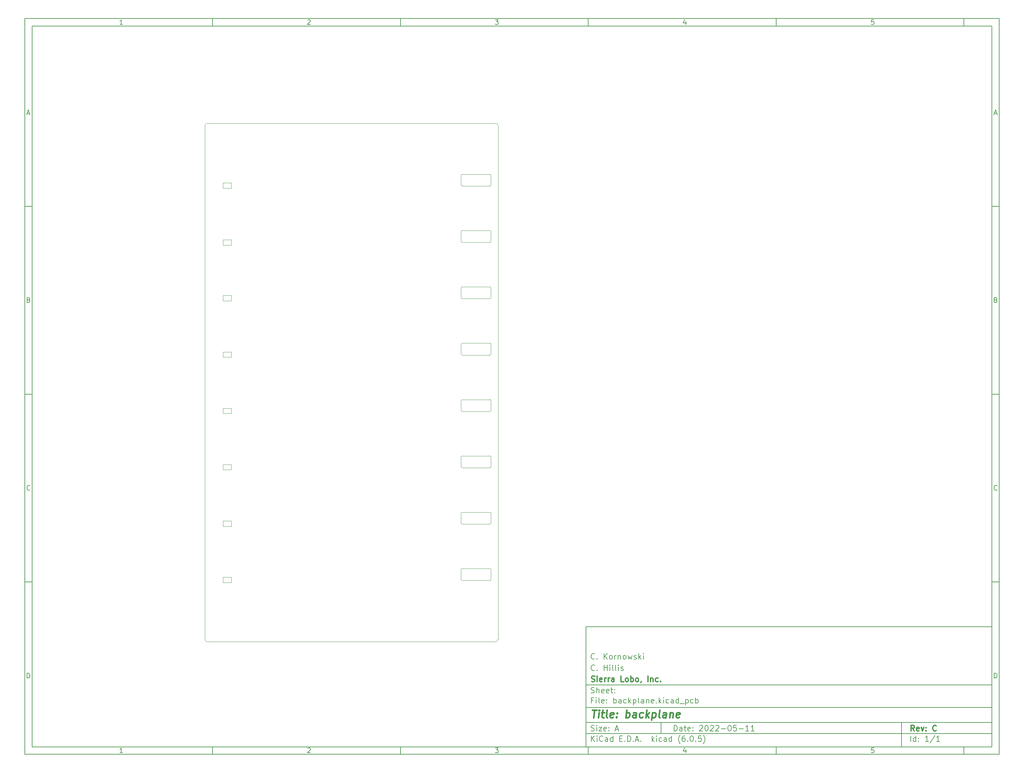
<source format=gm1>
G04 #@! TF.GenerationSoftware,KiCad,Pcbnew,(6.0.5)*
G04 #@! TF.CreationDate,2022-05-19T10:27:32-04:00*
G04 #@! TF.ProjectId,backplane,6261636b-706c-4616-9e65-2e6b69636164,C*
G04 #@! TF.SameCoordinates,Original*
G04 #@! TF.FileFunction,Profile,NP*
%FSLAX46Y46*%
G04 Gerber Fmt 4.6, Leading zero omitted, Abs format (unit mm)*
G04 Created by KiCad (PCBNEW (6.0.5)) date 2022-05-19 10:27:32*
%MOMM*%
%LPD*%
G01*
G04 APERTURE LIST*
%ADD10C,0.100000*%
%ADD11C,0.150000*%
%ADD12C,0.300000*%
%ADD13C,0.400000*%
G04 #@! TA.AperFunction,Profile*
%ADD14C,0.050000*%
G04 #@! TD*
G04 #@! TA.AperFunction,Profile*
%ADD15C,0.060000*%
G04 #@! TD*
G04 APERTURE END LIST*
D10*
D11*
X159400000Y-171900000D02*
X159400000Y-203900000D01*
X267400000Y-203900000D01*
X267400000Y-171900000D01*
X159400000Y-171900000D01*
D10*
D11*
X10000000Y-10000000D02*
X10000000Y-205900000D01*
X269400000Y-205900000D01*
X269400000Y-10000000D01*
X10000000Y-10000000D01*
D10*
D11*
X12000000Y-12000000D02*
X12000000Y-203900000D01*
X267400000Y-203900000D01*
X267400000Y-12000000D01*
X12000000Y-12000000D01*
D10*
D11*
X60000000Y-12000000D02*
X60000000Y-10000000D01*
D10*
D11*
X110000000Y-12000000D02*
X110000000Y-10000000D01*
D10*
D11*
X160000000Y-12000000D02*
X160000000Y-10000000D01*
D10*
D11*
X210000000Y-12000000D02*
X210000000Y-10000000D01*
D10*
D11*
X260000000Y-12000000D02*
X260000000Y-10000000D01*
D10*
D11*
X36065476Y-11588095D02*
X35322619Y-11588095D01*
X35694047Y-11588095D02*
X35694047Y-10288095D01*
X35570238Y-10473809D01*
X35446428Y-10597619D01*
X35322619Y-10659523D01*
D10*
D11*
X85322619Y-10411904D02*
X85384523Y-10350000D01*
X85508333Y-10288095D01*
X85817857Y-10288095D01*
X85941666Y-10350000D01*
X86003571Y-10411904D01*
X86065476Y-10535714D01*
X86065476Y-10659523D01*
X86003571Y-10845238D01*
X85260714Y-11588095D01*
X86065476Y-11588095D01*
D10*
D11*
X135260714Y-10288095D02*
X136065476Y-10288095D01*
X135632142Y-10783333D01*
X135817857Y-10783333D01*
X135941666Y-10845238D01*
X136003571Y-10907142D01*
X136065476Y-11030952D01*
X136065476Y-11340476D01*
X136003571Y-11464285D01*
X135941666Y-11526190D01*
X135817857Y-11588095D01*
X135446428Y-11588095D01*
X135322619Y-11526190D01*
X135260714Y-11464285D01*
D10*
D11*
X185941666Y-10721428D02*
X185941666Y-11588095D01*
X185632142Y-10226190D02*
X185322619Y-11154761D01*
X186127380Y-11154761D01*
D10*
D11*
X236003571Y-10288095D02*
X235384523Y-10288095D01*
X235322619Y-10907142D01*
X235384523Y-10845238D01*
X235508333Y-10783333D01*
X235817857Y-10783333D01*
X235941666Y-10845238D01*
X236003571Y-10907142D01*
X236065476Y-11030952D01*
X236065476Y-11340476D01*
X236003571Y-11464285D01*
X235941666Y-11526190D01*
X235817857Y-11588095D01*
X235508333Y-11588095D01*
X235384523Y-11526190D01*
X235322619Y-11464285D01*
D10*
D11*
X60000000Y-203900000D02*
X60000000Y-205900000D01*
D10*
D11*
X110000000Y-203900000D02*
X110000000Y-205900000D01*
D10*
D11*
X160000000Y-203900000D02*
X160000000Y-205900000D01*
D10*
D11*
X210000000Y-203900000D02*
X210000000Y-205900000D01*
D10*
D11*
X260000000Y-203900000D02*
X260000000Y-205900000D01*
D10*
D11*
X36065476Y-205488095D02*
X35322619Y-205488095D01*
X35694047Y-205488095D02*
X35694047Y-204188095D01*
X35570238Y-204373809D01*
X35446428Y-204497619D01*
X35322619Y-204559523D01*
D10*
D11*
X85322619Y-204311904D02*
X85384523Y-204250000D01*
X85508333Y-204188095D01*
X85817857Y-204188095D01*
X85941666Y-204250000D01*
X86003571Y-204311904D01*
X86065476Y-204435714D01*
X86065476Y-204559523D01*
X86003571Y-204745238D01*
X85260714Y-205488095D01*
X86065476Y-205488095D01*
D10*
D11*
X135260714Y-204188095D02*
X136065476Y-204188095D01*
X135632142Y-204683333D01*
X135817857Y-204683333D01*
X135941666Y-204745238D01*
X136003571Y-204807142D01*
X136065476Y-204930952D01*
X136065476Y-205240476D01*
X136003571Y-205364285D01*
X135941666Y-205426190D01*
X135817857Y-205488095D01*
X135446428Y-205488095D01*
X135322619Y-205426190D01*
X135260714Y-205364285D01*
D10*
D11*
X185941666Y-204621428D02*
X185941666Y-205488095D01*
X185632142Y-204126190D02*
X185322619Y-205054761D01*
X186127380Y-205054761D01*
D10*
D11*
X236003571Y-204188095D02*
X235384523Y-204188095D01*
X235322619Y-204807142D01*
X235384523Y-204745238D01*
X235508333Y-204683333D01*
X235817857Y-204683333D01*
X235941666Y-204745238D01*
X236003571Y-204807142D01*
X236065476Y-204930952D01*
X236065476Y-205240476D01*
X236003571Y-205364285D01*
X235941666Y-205426190D01*
X235817857Y-205488095D01*
X235508333Y-205488095D01*
X235384523Y-205426190D01*
X235322619Y-205364285D01*
D10*
D11*
X10000000Y-60000000D02*
X12000000Y-60000000D01*
D10*
D11*
X10000000Y-110000000D02*
X12000000Y-110000000D01*
D10*
D11*
X10000000Y-160000000D02*
X12000000Y-160000000D01*
D10*
D11*
X10690476Y-35216666D02*
X11309523Y-35216666D01*
X10566666Y-35588095D02*
X11000000Y-34288095D01*
X11433333Y-35588095D01*
D10*
D11*
X11092857Y-84907142D02*
X11278571Y-84969047D01*
X11340476Y-85030952D01*
X11402380Y-85154761D01*
X11402380Y-85340476D01*
X11340476Y-85464285D01*
X11278571Y-85526190D01*
X11154761Y-85588095D01*
X10659523Y-85588095D01*
X10659523Y-84288095D01*
X11092857Y-84288095D01*
X11216666Y-84350000D01*
X11278571Y-84411904D01*
X11340476Y-84535714D01*
X11340476Y-84659523D01*
X11278571Y-84783333D01*
X11216666Y-84845238D01*
X11092857Y-84907142D01*
X10659523Y-84907142D01*
D10*
D11*
X11402380Y-135464285D02*
X11340476Y-135526190D01*
X11154761Y-135588095D01*
X11030952Y-135588095D01*
X10845238Y-135526190D01*
X10721428Y-135402380D01*
X10659523Y-135278571D01*
X10597619Y-135030952D01*
X10597619Y-134845238D01*
X10659523Y-134597619D01*
X10721428Y-134473809D01*
X10845238Y-134350000D01*
X11030952Y-134288095D01*
X11154761Y-134288095D01*
X11340476Y-134350000D01*
X11402380Y-134411904D01*
D10*
D11*
X10659523Y-185588095D02*
X10659523Y-184288095D01*
X10969047Y-184288095D01*
X11154761Y-184350000D01*
X11278571Y-184473809D01*
X11340476Y-184597619D01*
X11402380Y-184845238D01*
X11402380Y-185030952D01*
X11340476Y-185278571D01*
X11278571Y-185402380D01*
X11154761Y-185526190D01*
X10969047Y-185588095D01*
X10659523Y-185588095D01*
D10*
D11*
X269400000Y-60000000D02*
X267400000Y-60000000D01*
D10*
D11*
X269400000Y-110000000D02*
X267400000Y-110000000D01*
D10*
D11*
X269400000Y-160000000D02*
X267400000Y-160000000D01*
D10*
D11*
X268090476Y-35216666D02*
X268709523Y-35216666D01*
X267966666Y-35588095D02*
X268400000Y-34288095D01*
X268833333Y-35588095D01*
D10*
D11*
X268492857Y-84907142D02*
X268678571Y-84969047D01*
X268740476Y-85030952D01*
X268802380Y-85154761D01*
X268802380Y-85340476D01*
X268740476Y-85464285D01*
X268678571Y-85526190D01*
X268554761Y-85588095D01*
X268059523Y-85588095D01*
X268059523Y-84288095D01*
X268492857Y-84288095D01*
X268616666Y-84350000D01*
X268678571Y-84411904D01*
X268740476Y-84535714D01*
X268740476Y-84659523D01*
X268678571Y-84783333D01*
X268616666Y-84845238D01*
X268492857Y-84907142D01*
X268059523Y-84907142D01*
D10*
D11*
X268802380Y-135464285D02*
X268740476Y-135526190D01*
X268554761Y-135588095D01*
X268430952Y-135588095D01*
X268245238Y-135526190D01*
X268121428Y-135402380D01*
X268059523Y-135278571D01*
X267997619Y-135030952D01*
X267997619Y-134845238D01*
X268059523Y-134597619D01*
X268121428Y-134473809D01*
X268245238Y-134350000D01*
X268430952Y-134288095D01*
X268554761Y-134288095D01*
X268740476Y-134350000D01*
X268802380Y-134411904D01*
D10*
D11*
X268059523Y-185588095D02*
X268059523Y-184288095D01*
X268369047Y-184288095D01*
X268554761Y-184350000D01*
X268678571Y-184473809D01*
X268740476Y-184597619D01*
X268802380Y-184845238D01*
X268802380Y-185030952D01*
X268740476Y-185278571D01*
X268678571Y-185402380D01*
X268554761Y-185526190D01*
X268369047Y-185588095D01*
X268059523Y-185588095D01*
D10*
D11*
X182832142Y-199678571D02*
X182832142Y-198178571D01*
X183189285Y-198178571D01*
X183403571Y-198250000D01*
X183546428Y-198392857D01*
X183617857Y-198535714D01*
X183689285Y-198821428D01*
X183689285Y-199035714D01*
X183617857Y-199321428D01*
X183546428Y-199464285D01*
X183403571Y-199607142D01*
X183189285Y-199678571D01*
X182832142Y-199678571D01*
X184975000Y-199678571D02*
X184975000Y-198892857D01*
X184903571Y-198750000D01*
X184760714Y-198678571D01*
X184475000Y-198678571D01*
X184332142Y-198750000D01*
X184975000Y-199607142D02*
X184832142Y-199678571D01*
X184475000Y-199678571D01*
X184332142Y-199607142D01*
X184260714Y-199464285D01*
X184260714Y-199321428D01*
X184332142Y-199178571D01*
X184475000Y-199107142D01*
X184832142Y-199107142D01*
X184975000Y-199035714D01*
X185475000Y-198678571D02*
X186046428Y-198678571D01*
X185689285Y-198178571D02*
X185689285Y-199464285D01*
X185760714Y-199607142D01*
X185903571Y-199678571D01*
X186046428Y-199678571D01*
X187117857Y-199607142D02*
X186975000Y-199678571D01*
X186689285Y-199678571D01*
X186546428Y-199607142D01*
X186475000Y-199464285D01*
X186475000Y-198892857D01*
X186546428Y-198750000D01*
X186689285Y-198678571D01*
X186975000Y-198678571D01*
X187117857Y-198750000D01*
X187189285Y-198892857D01*
X187189285Y-199035714D01*
X186475000Y-199178571D01*
X187832142Y-199535714D02*
X187903571Y-199607142D01*
X187832142Y-199678571D01*
X187760714Y-199607142D01*
X187832142Y-199535714D01*
X187832142Y-199678571D01*
X187832142Y-198750000D02*
X187903571Y-198821428D01*
X187832142Y-198892857D01*
X187760714Y-198821428D01*
X187832142Y-198750000D01*
X187832142Y-198892857D01*
X189617857Y-198321428D02*
X189689285Y-198250000D01*
X189832142Y-198178571D01*
X190189285Y-198178571D01*
X190332142Y-198250000D01*
X190403571Y-198321428D01*
X190475000Y-198464285D01*
X190475000Y-198607142D01*
X190403571Y-198821428D01*
X189546428Y-199678571D01*
X190475000Y-199678571D01*
X191403571Y-198178571D02*
X191546428Y-198178571D01*
X191689285Y-198250000D01*
X191760714Y-198321428D01*
X191832142Y-198464285D01*
X191903571Y-198750000D01*
X191903571Y-199107142D01*
X191832142Y-199392857D01*
X191760714Y-199535714D01*
X191689285Y-199607142D01*
X191546428Y-199678571D01*
X191403571Y-199678571D01*
X191260714Y-199607142D01*
X191189285Y-199535714D01*
X191117857Y-199392857D01*
X191046428Y-199107142D01*
X191046428Y-198750000D01*
X191117857Y-198464285D01*
X191189285Y-198321428D01*
X191260714Y-198250000D01*
X191403571Y-198178571D01*
X192475000Y-198321428D02*
X192546428Y-198250000D01*
X192689285Y-198178571D01*
X193046428Y-198178571D01*
X193189285Y-198250000D01*
X193260714Y-198321428D01*
X193332142Y-198464285D01*
X193332142Y-198607142D01*
X193260714Y-198821428D01*
X192403571Y-199678571D01*
X193332142Y-199678571D01*
X193903571Y-198321428D02*
X193975000Y-198250000D01*
X194117857Y-198178571D01*
X194475000Y-198178571D01*
X194617857Y-198250000D01*
X194689285Y-198321428D01*
X194760714Y-198464285D01*
X194760714Y-198607142D01*
X194689285Y-198821428D01*
X193832142Y-199678571D01*
X194760714Y-199678571D01*
X195403571Y-199107142D02*
X196546428Y-199107142D01*
X197546428Y-198178571D02*
X197689285Y-198178571D01*
X197832142Y-198250000D01*
X197903571Y-198321428D01*
X197975000Y-198464285D01*
X198046428Y-198750000D01*
X198046428Y-199107142D01*
X197975000Y-199392857D01*
X197903571Y-199535714D01*
X197832142Y-199607142D01*
X197689285Y-199678571D01*
X197546428Y-199678571D01*
X197403571Y-199607142D01*
X197332142Y-199535714D01*
X197260714Y-199392857D01*
X197189285Y-199107142D01*
X197189285Y-198750000D01*
X197260714Y-198464285D01*
X197332142Y-198321428D01*
X197403571Y-198250000D01*
X197546428Y-198178571D01*
X199403571Y-198178571D02*
X198689285Y-198178571D01*
X198617857Y-198892857D01*
X198689285Y-198821428D01*
X198832142Y-198750000D01*
X199189285Y-198750000D01*
X199332142Y-198821428D01*
X199403571Y-198892857D01*
X199475000Y-199035714D01*
X199475000Y-199392857D01*
X199403571Y-199535714D01*
X199332142Y-199607142D01*
X199189285Y-199678571D01*
X198832142Y-199678571D01*
X198689285Y-199607142D01*
X198617857Y-199535714D01*
X200117857Y-199107142D02*
X201260714Y-199107142D01*
X202760714Y-199678571D02*
X201903571Y-199678571D01*
X202332142Y-199678571D02*
X202332142Y-198178571D01*
X202189285Y-198392857D01*
X202046428Y-198535714D01*
X201903571Y-198607142D01*
X204189285Y-199678571D02*
X203332142Y-199678571D01*
X203760714Y-199678571D02*
X203760714Y-198178571D01*
X203617857Y-198392857D01*
X203475000Y-198535714D01*
X203332142Y-198607142D01*
D10*
D11*
X159400000Y-200400000D02*
X267400000Y-200400000D01*
D10*
D11*
X160832142Y-202478571D02*
X160832142Y-200978571D01*
X161689285Y-202478571D02*
X161046428Y-201621428D01*
X161689285Y-200978571D02*
X160832142Y-201835714D01*
X162332142Y-202478571D02*
X162332142Y-201478571D01*
X162332142Y-200978571D02*
X162260714Y-201050000D01*
X162332142Y-201121428D01*
X162403571Y-201050000D01*
X162332142Y-200978571D01*
X162332142Y-201121428D01*
X163903571Y-202335714D02*
X163832142Y-202407142D01*
X163617857Y-202478571D01*
X163475000Y-202478571D01*
X163260714Y-202407142D01*
X163117857Y-202264285D01*
X163046428Y-202121428D01*
X162975000Y-201835714D01*
X162975000Y-201621428D01*
X163046428Y-201335714D01*
X163117857Y-201192857D01*
X163260714Y-201050000D01*
X163475000Y-200978571D01*
X163617857Y-200978571D01*
X163832142Y-201050000D01*
X163903571Y-201121428D01*
X165189285Y-202478571D02*
X165189285Y-201692857D01*
X165117857Y-201550000D01*
X164975000Y-201478571D01*
X164689285Y-201478571D01*
X164546428Y-201550000D01*
X165189285Y-202407142D02*
X165046428Y-202478571D01*
X164689285Y-202478571D01*
X164546428Y-202407142D01*
X164475000Y-202264285D01*
X164475000Y-202121428D01*
X164546428Y-201978571D01*
X164689285Y-201907142D01*
X165046428Y-201907142D01*
X165189285Y-201835714D01*
X166546428Y-202478571D02*
X166546428Y-200978571D01*
X166546428Y-202407142D02*
X166403571Y-202478571D01*
X166117857Y-202478571D01*
X165975000Y-202407142D01*
X165903571Y-202335714D01*
X165832142Y-202192857D01*
X165832142Y-201764285D01*
X165903571Y-201621428D01*
X165975000Y-201550000D01*
X166117857Y-201478571D01*
X166403571Y-201478571D01*
X166546428Y-201550000D01*
X168403571Y-201692857D02*
X168903571Y-201692857D01*
X169117857Y-202478571D02*
X168403571Y-202478571D01*
X168403571Y-200978571D01*
X169117857Y-200978571D01*
X169760714Y-202335714D02*
X169832142Y-202407142D01*
X169760714Y-202478571D01*
X169689285Y-202407142D01*
X169760714Y-202335714D01*
X169760714Y-202478571D01*
X170475000Y-202478571D02*
X170475000Y-200978571D01*
X170832142Y-200978571D01*
X171046428Y-201050000D01*
X171189285Y-201192857D01*
X171260714Y-201335714D01*
X171332142Y-201621428D01*
X171332142Y-201835714D01*
X171260714Y-202121428D01*
X171189285Y-202264285D01*
X171046428Y-202407142D01*
X170832142Y-202478571D01*
X170475000Y-202478571D01*
X171975000Y-202335714D02*
X172046428Y-202407142D01*
X171975000Y-202478571D01*
X171903571Y-202407142D01*
X171975000Y-202335714D01*
X171975000Y-202478571D01*
X172617857Y-202050000D02*
X173332142Y-202050000D01*
X172475000Y-202478571D02*
X172975000Y-200978571D01*
X173475000Y-202478571D01*
X173975000Y-202335714D02*
X174046428Y-202407142D01*
X173975000Y-202478571D01*
X173903571Y-202407142D01*
X173975000Y-202335714D01*
X173975000Y-202478571D01*
X176975000Y-202478571D02*
X176975000Y-200978571D01*
X177117857Y-201907142D02*
X177546428Y-202478571D01*
X177546428Y-201478571D02*
X176975000Y-202050000D01*
X178189285Y-202478571D02*
X178189285Y-201478571D01*
X178189285Y-200978571D02*
X178117857Y-201050000D01*
X178189285Y-201121428D01*
X178260714Y-201050000D01*
X178189285Y-200978571D01*
X178189285Y-201121428D01*
X179546428Y-202407142D02*
X179403571Y-202478571D01*
X179117857Y-202478571D01*
X178975000Y-202407142D01*
X178903571Y-202335714D01*
X178832142Y-202192857D01*
X178832142Y-201764285D01*
X178903571Y-201621428D01*
X178975000Y-201550000D01*
X179117857Y-201478571D01*
X179403571Y-201478571D01*
X179546428Y-201550000D01*
X180832142Y-202478571D02*
X180832142Y-201692857D01*
X180760714Y-201550000D01*
X180617857Y-201478571D01*
X180332142Y-201478571D01*
X180189285Y-201550000D01*
X180832142Y-202407142D02*
X180689285Y-202478571D01*
X180332142Y-202478571D01*
X180189285Y-202407142D01*
X180117857Y-202264285D01*
X180117857Y-202121428D01*
X180189285Y-201978571D01*
X180332142Y-201907142D01*
X180689285Y-201907142D01*
X180832142Y-201835714D01*
X182189285Y-202478571D02*
X182189285Y-200978571D01*
X182189285Y-202407142D02*
X182046428Y-202478571D01*
X181760714Y-202478571D01*
X181617857Y-202407142D01*
X181546428Y-202335714D01*
X181475000Y-202192857D01*
X181475000Y-201764285D01*
X181546428Y-201621428D01*
X181617857Y-201550000D01*
X181760714Y-201478571D01*
X182046428Y-201478571D01*
X182189285Y-201550000D01*
X184475000Y-203050000D02*
X184403571Y-202978571D01*
X184260714Y-202764285D01*
X184189285Y-202621428D01*
X184117857Y-202407142D01*
X184046428Y-202050000D01*
X184046428Y-201764285D01*
X184117857Y-201407142D01*
X184189285Y-201192857D01*
X184260714Y-201050000D01*
X184403571Y-200835714D01*
X184475000Y-200764285D01*
X185689285Y-200978571D02*
X185403571Y-200978571D01*
X185260714Y-201050000D01*
X185189285Y-201121428D01*
X185046428Y-201335714D01*
X184975000Y-201621428D01*
X184975000Y-202192857D01*
X185046428Y-202335714D01*
X185117857Y-202407142D01*
X185260714Y-202478571D01*
X185546428Y-202478571D01*
X185689285Y-202407142D01*
X185760714Y-202335714D01*
X185832142Y-202192857D01*
X185832142Y-201835714D01*
X185760714Y-201692857D01*
X185689285Y-201621428D01*
X185546428Y-201550000D01*
X185260714Y-201550000D01*
X185117857Y-201621428D01*
X185046428Y-201692857D01*
X184975000Y-201835714D01*
X186475000Y-202335714D02*
X186546428Y-202407142D01*
X186475000Y-202478571D01*
X186403571Y-202407142D01*
X186475000Y-202335714D01*
X186475000Y-202478571D01*
X187475000Y-200978571D02*
X187617857Y-200978571D01*
X187760714Y-201050000D01*
X187832142Y-201121428D01*
X187903571Y-201264285D01*
X187975000Y-201550000D01*
X187975000Y-201907142D01*
X187903571Y-202192857D01*
X187832142Y-202335714D01*
X187760714Y-202407142D01*
X187617857Y-202478571D01*
X187475000Y-202478571D01*
X187332142Y-202407142D01*
X187260714Y-202335714D01*
X187189285Y-202192857D01*
X187117857Y-201907142D01*
X187117857Y-201550000D01*
X187189285Y-201264285D01*
X187260714Y-201121428D01*
X187332142Y-201050000D01*
X187475000Y-200978571D01*
X188617857Y-202335714D02*
X188689285Y-202407142D01*
X188617857Y-202478571D01*
X188546428Y-202407142D01*
X188617857Y-202335714D01*
X188617857Y-202478571D01*
X190046428Y-200978571D02*
X189332142Y-200978571D01*
X189260714Y-201692857D01*
X189332142Y-201621428D01*
X189475000Y-201550000D01*
X189832142Y-201550000D01*
X189975000Y-201621428D01*
X190046428Y-201692857D01*
X190117857Y-201835714D01*
X190117857Y-202192857D01*
X190046428Y-202335714D01*
X189975000Y-202407142D01*
X189832142Y-202478571D01*
X189475000Y-202478571D01*
X189332142Y-202407142D01*
X189260714Y-202335714D01*
X190617857Y-203050000D02*
X190689285Y-202978571D01*
X190832142Y-202764285D01*
X190903571Y-202621428D01*
X190975000Y-202407142D01*
X191046428Y-202050000D01*
X191046428Y-201764285D01*
X190975000Y-201407142D01*
X190903571Y-201192857D01*
X190832142Y-201050000D01*
X190689285Y-200835714D01*
X190617857Y-200764285D01*
D10*
D11*
X159400000Y-197400000D02*
X267400000Y-197400000D01*
D10*
D12*
X246809285Y-199678571D02*
X246309285Y-198964285D01*
X245952142Y-199678571D02*
X245952142Y-198178571D01*
X246523571Y-198178571D01*
X246666428Y-198250000D01*
X246737857Y-198321428D01*
X246809285Y-198464285D01*
X246809285Y-198678571D01*
X246737857Y-198821428D01*
X246666428Y-198892857D01*
X246523571Y-198964285D01*
X245952142Y-198964285D01*
X248023571Y-199607142D02*
X247880714Y-199678571D01*
X247595000Y-199678571D01*
X247452142Y-199607142D01*
X247380714Y-199464285D01*
X247380714Y-198892857D01*
X247452142Y-198750000D01*
X247595000Y-198678571D01*
X247880714Y-198678571D01*
X248023571Y-198750000D01*
X248095000Y-198892857D01*
X248095000Y-199035714D01*
X247380714Y-199178571D01*
X248595000Y-198678571D02*
X248952142Y-199678571D01*
X249309285Y-198678571D01*
X249880714Y-199535714D02*
X249952142Y-199607142D01*
X249880714Y-199678571D01*
X249809285Y-199607142D01*
X249880714Y-199535714D01*
X249880714Y-199678571D01*
X249880714Y-198750000D02*
X249952142Y-198821428D01*
X249880714Y-198892857D01*
X249809285Y-198821428D01*
X249880714Y-198750000D01*
X249880714Y-198892857D01*
X252595000Y-199535714D02*
X252523571Y-199607142D01*
X252309285Y-199678571D01*
X252166428Y-199678571D01*
X251952142Y-199607142D01*
X251809285Y-199464285D01*
X251737857Y-199321428D01*
X251666428Y-199035714D01*
X251666428Y-198821428D01*
X251737857Y-198535714D01*
X251809285Y-198392857D01*
X251952142Y-198250000D01*
X252166428Y-198178571D01*
X252309285Y-198178571D01*
X252523571Y-198250000D01*
X252595000Y-198321428D01*
D10*
D11*
X160760714Y-199607142D02*
X160975000Y-199678571D01*
X161332142Y-199678571D01*
X161475000Y-199607142D01*
X161546428Y-199535714D01*
X161617857Y-199392857D01*
X161617857Y-199250000D01*
X161546428Y-199107142D01*
X161475000Y-199035714D01*
X161332142Y-198964285D01*
X161046428Y-198892857D01*
X160903571Y-198821428D01*
X160832142Y-198750000D01*
X160760714Y-198607142D01*
X160760714Y-198464285D01*
X160832142Y-198321428D01*
X160903571Y-198250000D01*
X161046428Y-198178571D01*
X161403571Y-198178571D01*
X161617857Y-198250000D01*
X162260714Y-199678571D02*
X162260714Y-198678571D01*
X162260714Y-198178571D02*
X162189285Y-198250000D01*
X162260714Y-198321428D01*
X162332142Y-198250000D01*
X162260714Y-198178571D01*
X162260714Y-198321428D01*
X162832142Y-198678571D02*
X163617857Y-198678571D01*
X162832142Y-199678571D01*
X163617857Y-199678571D01*
X164760714Y-199607142D02*
X164617857Y-199678571D01*
X164332142Y-199678571D01*
X164189285Y-199607142D01*
X164117857Y-199464285D01*
X164117857Y-198892857D01*
X164189285Y-198750000D01*
X164332142Y-198678571D01*
X164617857Y-198678571D01*
X164760714Y-198750000D01*
X164832142Y-198892857D01*
X164832142Y-199035714D01*
X164117857Y-199178571D01*
X165475000Y-199535714D02*
X165546428Y-199607142D01*
X165475000Y-199678571D01*
X165403571Y-199607142D01*
X165475000Y-199535714D01*
X165475000Y-199678571D01*
X165475000Y-198750000D02*
X165546428Y-198821428D01*
X165475000Y-198892857D01*
X165403571Y-198821428D01*
X165475000Y-198750000D01*
X165475000Y-198892857D01*
X167260714Y-199250000D02*
X167975000Y-199250000D01*
X167117857Y-199678571D02*
X167617857Y-198178571D01*
X168117857Y-199678571D01*
D10*
D11*
X245832142Y-202478571D02*
X245832142Y-200978571D01*
X247189285Y-202478571D02*
X247189285Y-200978571D01*
X247189285Y-202407142D02*
X247046428Y-202478571D01*
X246760714Y-202478571D01*
X246617857Y-202407142D01*
X246546428Y-202335714D01*
X246475000Y-202192857D01*
X246475000Y-201764285D01*
X246546428Y-201621428D01*
X246617857Y-201550000D01*
X246760714Y-201478571D01*
X247046428Y-201478571D01*
X247189285Y-201550000D01*
X247903571Y-202335714D02*
X247975000Y-202407142D01*
X247903571Y-202478571D01*
X247832142Y-202407142D01*
X247903571Y-202335714D01*
X247903571Y-202478571D01*
X247903571Y-201550000D02*
X247975000Y-201621428D01*
X247903571Y-201692857D01*
X247832142Y-201621428D01*
X247903571Y-201550000D01*
X247903571Y-201692857D01*
X250546428Y-202478571D02*
X249689285Y-202478571D01*
X250117857Y-202478571D02*
X250117857Y-200978571D01*
X249975000Y-201192857D01*
X249832142Y-201335714D01*
X249689285Y-201407142D01*
X252260714Y-200907142D02*
X250975000Y-202835714D01*
X253546428Y-202478571D02*
X252689285Y-202478571D01*
X253117857Y-202478571D02*
X253117857Y-200978571D01*
X252975000Y-201192857D01*
X252832142Y-201335714D01*
X252689285Y-201407142D01*
D10*
D11*
X159400000Y-193400000D02*
X267400000Y-193400000D01*
D10*
D13*
X161112380Y-194104761D02*
X162255238Y-194104761D01*
X161433809Y-196104761D02*
X161683809Y-194104761D01*
X162671904Y-196104761D02*
X162838571Y-194771428D01*
X162921904Y-194104761D02*
X162814761Y-194200000D01*
X162898095Y-194295238D01*
X163005238Y-194200000D01*
X162921904Y-194104761D01*
X162898095Y-194295238D01*
X163505238Y-194771428D02*
X164267142Y-194771428D01*
X163874285Y-194104761D02*
X163660000Y-195819047D01*
X163731428Y-196009523D01*
X163910000Y-196104761D01*
X164100476Y-196104761D01*
X165052857Y-196104761D02*
X164874285Y-196009523D01*
X164802857Y-195819047D01*
X165017142Y-194104761D01*
X166588571Y-196009523D02*
X166386190Y-196104761D01*
X166005238Y-196104761D01*
X165826666Y-196009523D01*
X165755238Y-195819047D01*
X165850476Y-195057142D01*
X165969523Y-194866666D01*
X166171904Y-194771428D01*
X166552857Y-194771428D01*
X166731428Y-194866666D01*
X166802857Y-195057142D01*
X166779047Y-195247619D01*
X165802857Y-195438095D01*
X167552857Y-195914285D02*
X167636190Y-196009523D01*
X167529047Y-196104761D01*
X167445714Y-196009523D01*
X167552857Y-195914285D01*
X167529047Y-196104761D01*
X167683809Y-194866666D02*
X167767142Y-194961904D01*
X167660000Y-195057142D01*
X167576666Y-194961904D01*
X167683809Y-194866666D01*
X167660000Y-195057142D01*
X170005238Y-196104761D02*
X170255238Y-194104761D01*
X170160000Y-194866666D02*
X170362380Y-194771428D01*
X170743333Y-194771428D01*
X170921904Y-194866666D01*
X171005238Y-194961904D01*
X171076666Y-195152380D01*
X171005238Y-195723809D01*
X170886190Y-195914285D01*
X170779047Y-196009523D01*
X170576666Y-196104761D01*
X170195714Y-196104761D01*
X170017142Y-196009523D01*
X172671904Y-196104761D02*
X172802857Y-195057142D01*
X172731428Y-194866666D01*
X172552857Y-194771428D01*
X172171904Y-194771428D01*
X171969523Y-194866666D01*
X172683809Y-196009523D02*
X172481428Y-196104761D01*
X172005238Y-196104761D01*
X171826666Y-196009523D01*
X171755238Y-195819047D01*
X171779047Y-195628571D01*
X171898095Y-195438095D01*
X172100476Y-195342857D01*
X172576666Y-195342857D01*
X172779047Y-195247619D01*
X174493333Y-196009523D02*
X174290952Y-196104761D01*
X173910000Y-196104761D01*
X173731428Y-196009523D01*
X173648095Y-195914285D01*
X173576666Y-195723809D01*
X173648095Y-195152380D01*
X173767142Y-194961904D01*
X173874285Y-194866666D01*
X174076666Y-194771428D01*
X174457619Y-194771428D01*
X174636190Y-194866666D01*
X175338571Y-196104761D02*
X175588571Y-194104761D01*
X175624285Y-195342857D02*
X176100476Y-196104761D01*
X176267142Y-194771428D02*
X175410000Y-195533333D01*
X177124285Y-194771428D02*
X176874285Y-196771428D01*
X177112380Y-194866666D02*
X177314761Y-194771428D01*
X177695714Y-194771428D01*
X177874285Y-194866666D01*
X177957619Y-194961904D01*
X178029047Y-195152380D01*
X177957619Y-195723809D01*
X177838571Y-195914285D01*
X177731428Y-196009523D01*
X177529047Y-196104761D01*
X177148095Y-196104761D01*
X176969523Y-196009523D01*
X179052857Y-196104761D02*
X178874285Y-196009523D01*
X178802857Y-195819047D01*
X179017142Y-194104761D01*
X180671904Y-196104761D02*
X180802857Y-195057142D01*
X180731428Y-194866666D01*
X180552857Y-194771428D01*
X180171904Y-194771428D01*
X179969523Y-194866666D01*
X180683809Y-196009523D02*
X180481428Y-196104761D01*
X180005238Y-196104761D01*
X179826666Y-196009523D01*
X179755238Y-195819047D01*
X179779047Y-195628571D01*
X179898095Y-195438095D01*
X180100476Y-195342857D01*
X180576666Y-195342857D01*
X180779047Y-195247619D01*
X181790952Y-194771428D02*
X181624285Y-196104761D01*
X181767142Y-194961904D02*
X181874285Y-194866666D01*
X182076666Y-194771428D01*
X182362380Y-194771428D01*
X182540952Y-194866666D01*
X182612380Y-195057142D01*
X182481428Y-196104761D01*
X184207619Y-196009523D02*
X184005238Y-196104761D01*
X183624285Y-196104761D01*
X183445714Y-196009523D01*
X183374285Y-195819047D01*
X183469523Y-195057142D01*
X183588571Y-194866666D01*
X183790952Y-194771428D01*
X184171904Y-194771428D01*
X184350476Y-194866666D01*
X184421904Y-195057142D01*
X184398095Y-195247619D01*
X183421904Y-195438095D01*
D10*
D11*
X161332142Y-191492857D02*
X160832142Y-191492857D01*
X160832142Y-192278571D02*
X160832142Y-190778571D01*
X161546428Y-190778571D01*
X162117857Y-192278571D02*
X162117857Y-191278571D01*
X162117857Y-190778571D02*
X162046428Y-190850000D01*
X162117857Y-190921428D01*
X162189285Y-190850000D01*
X162117857Y-190778571D01*
X162117857Y-190921428D01*
X163046428Y-192278571D02*
X162903571Y-192207142D01*
X162832142Y-192064285D01*
X162832142Y-190778571D01*
X164189285Y-192207142D02*
X164046428Y-192278571D01*
X163760714Y-192278571D01*
X163617857Y-192207142D01*
X163546428Y-192064285D01*
X163546428Y-191492857D01*
X163617857Y-191350000D01*
X163760714Y-191278571D01*
X164046428Y-191278571D01*
X164189285Y-191350000D01*
X164260714Y-191492857D01*
X164260714Y-191635714D01*
X163546428Y-191778571D01*
X164903571Y-192135714D02*
X164975000Y-192207142D01*
X164903571Y-192278571D01*
X164832142Y-192207142D01*
X164903571Y-192135714D01*
X164903571Y-192278571D01*
X164903571Y-191350000D02*
X164975000Y-191421428D01*
X164903571Y-191492857D01*
X164832142Y-191421428D01*
X164903571Y-191350000D01*
X164903571Y-191492857D01*
X166760714Y-192278571D02*
X166760714Y-190778571D01*
X166760714Y-191350000D02*
X166903571Y-191278571D01*
X167189285Y-191278571D01*
X167332142Y-191350000D01*
X167403571Y-191421428D01*
X167475000Y-191564285D01*
X167475000Y-191992857D01*
X167403571Y-192135714D01*
X167332142Y-192207142D01*
X167189285Y-192278571D01*
X166903571Y-192278571D01*
X166760714Y-192207142D01*
X168760714Y-192278571D02*
X168760714Y-191492857D01*
X168689285Y-191350000D01*
X168546428Y-191278571D01*
X168260714Y-191278571D01*
X168117857Y-191350000D01*
X168760714Y-192207142D02*
X168617857Y-192278571D01*
X168260714Y-192278571D01*
X168117857Y-192207142D01*
X168046428Y-192064285D01*
X168046428Y-191921428D01*
X168117857Y-191778571D01*
X168260714Y-191707142D01*
X168617857Y-191707142D01*
X168760714Y-191635714D01*
X170117857Y-192207142D02*
X169975000Y-192278571D01*
X169689285Y-192278571D01*
X169546428Y-192207142D01*
X169475000Y-192135714D01*
X169403571Y-191992857D01*
X169403571Y-191564285D01*
X169475000Y-191421428D01*
X169546428Y-191350000D01*
X169689285Y-191278571D01*
X169975000Y-191278571D01*
X170117857Y-191350000D01*
X170760714Y-192278571D02*
X170760714Y-190778571D01*
X170903571Y-191707142D02*
X171332142Y-192278571D01*
X171332142Y-191278571D02*
X170760714Y-191850000D01*
X171975000Y-191278571D02*
X171975000Y-192778571D01*
X171975000Y-191350000D02*
X172117857Y-191278571D01*
X172403571Y-191278571D01*
X172546428Y-191350000D01*
X172617857Y-191421428D01*
X172689285Y-191564285D01*
X172689285Y-191992857D01*
X172617857Y-192135714D01*
X172546428Y-192207142D01*
X172403571Y-192278571D01*
X172117857Y-192278571D01*
X171975000Y-192207142D01*
X173546428Y-192278571D02*
X173403571Y-192207142D01*
X173332142Y-192064285D01*
X173332142Y-190778571D01*
X174760714Y-192278571D02*
X174760714Y-191492857D01*
X174689285Y-191350000D01*
X174546428Y-191278571D01*
X174260714Y-191278571D01*
X174117857Y-191350000D01*
X174760714Y-192207142D02*
X174617857Y-192278571D01*
X174260714Y-192278571D01*
X174117857Y-192207142D01*
X174046428Y-192064285D01*
X174046428Y-191921428D01*
X174117857Y-191778571D01*
X174260714Y-191707142D01*
X174617857Y-191707142D01*
X174760714Y-191635714D01*
X175475000Y-191278571D02*
X175475000Y-192278571D01*
X175475000Y-191421428D02*
X175546428Y-191350000D01*
X175689285Y-191278571D01*
X175903571Y-191278571D01*
X176046428Y-191350000D01*
X176117857Y-191492857D01*
X176117857Y-192278571D01*
X177403571Y-192207142D02*
X177260714Y-192278571D01*
X176975000Y-192278571D01*
X176832142Y-192207142D01*
X176760714Y-192064285D01*
X176760714Y-191492857D01*
X176832142Y-191350000D01*
X176975000Y-191278571D01*
X177260714Y-191278571D01*
X177403571Y-191350000D01*
X177475000Y-191492857D01*
X177475000Y-191635714D01*
X176760714Y-191778571D01*
X178117857Y-192135714D02*
X178189285Y-192207142D01*
X178117857Y-192278571D01*
X178046428Y-192207142D01*
X178117857Y-192135714D01*
X178117857Y-192278571D01*
X178832142Y-192278571D02*
X178832142Y-190778571D01*
X178975000Y-191707142D02*
X179403571Y-192278571D01*
X179403571Y-191278571D02*
X178832142Y-191850000D01*
X180046428Y-192278571D02*
X180046428Y-191278571D01*
X180046428Y-190778571D02*
X179975000Y-190850000D01*
X180046428Y-190921428D01*
X180117857Y-190850000D01*
X180046428Y-190778571D01*
X180046428Y-190921428D01*
X181403571Y-192207142D02*
X181260714Y-192278571D01*
X180975000Y-192278571D01*
X180832142Y-192207142D01*
X180760714Y-192135714D01*
X180689285Y-191992857D01*
X180689285Y-191564285D01*
X180760714Y-191421428D01*
X180832142Y-191350000D01*
X180975000Y-191278571D01*
X181260714Y-191278571D01*
X181403571Y-191350000D01*
X182689285Y-192278571D02*
X182689285Y-191492857D01*
X182617857Y-191350000D01*
X182475000Y-191278571D01*
X182189285Y-191278571D01*
X182046428Y-191350000D01*
X182689285Y-192207142D02*
X182546428Y-192278571D01*
X182189285Y-192278571D01*
X182046428Y-192207142D01*
X181975000Y-192064285D01*
X181975000Y-191921428D01*
X182046428Y-191778571D01*
X182189285Y-191707142D01*
X182546428Y-191707142D01*
X182689285Y-191635714D01*
X184046428Y-192278571D02*
X184046428Y-190778571D01*
X184046428Y-192207142D02*
X183903571Y-192278571D01*
X183617857Y-192278571D01*
X183475000Y-192207142D01*
X183403571Y-192135714D01*
X183332142Y-191992857D01*
X183332142Y-191564285D01*
X183403571Y-191421428D01*
X183475000Y-191350000D01*
X183617857Y-191278571D01*
X183903571Y-191278571D01*
X184046428Y-191350000D01*
X184403571Y-192421428D02*
X185546428Y-192421428D01*
X185903571Y-191278571D02*
X185903571Y-192778571D01*
X185903571Y-191350000D02*
X186046428Y-191278571D01*
X186332142Y-191278571D01*
X186475000Y-191350000D01*
X186546428Y-191421428D01*
X186617857Y-191564285D01*
X186617857Y-191992857D01*
X186546428Y-192135714D01*
X186475000Y-192207142D01*
X186332142Y-192278571D01*
X186046428Y-192278571D01*
X185903571Y-192207142D01*
X187903571Y-192207142D02*
X187760714Y-192278571D01*
X187475000Y-192278571D01*
X187332142Y-192207142D01*
X187260714Y-192135714D01*
X187189285Y-191992857D01*
X187189285Y-191564285D01*
X187260714Y-191421428D01*
X187332142Y-191350000D01*
X187475000Y-191278571D01*
X187760714Y-191278571D01*
X187903571Y-191350000D01*
X188546428Y-192278571D02*
X188546428Y-190778571D01*
X188546428Y-191350000D02*
X188689285Y-191278571D01*
X188975000Y-191278571D01*
X189117857Y-191350000D01*
X189189285Y-191421428D01*
X189260714Y-191564285D01*
X189260714Y-191992857D01*
X189189285Y-192135714D01*
X189117857Y-192207142D01*
X188975000Y-192278571D01*
X188689285Y-192278571D01*
X188546428Y-192207142D01*
D10*
D11*
X159400000Y-187400000D02*
X267400000Y-187400000D01*
D10*
D11*
X160760714Y-189507142D02*
X160975000Y-189578571D01*
X161332142Y-189578571D01*
X161475000Y-189507142D01*
X161546428Y-189435714D01*
X161617857Y-189292857D01*
X161617857Y-189150000D01*
X161546428Y-189007142D01*
X161475000Y-188935714D01*
X161332142Y-188864285D01*
X161046428Y-188792857D01*
X160903571Y-188721428D01*
X160832142Y-188650000D01*
X160760714Y-188507142D01*
X160760714Y-188364285D01*
X160832142Y-188221428D01*
X160903571Y-188150000D01*
X161046428Y-188078571D01*
X161403571Y-188078571D01*
X161617857Y-188150000D01*
X162260714Y-189578571D02*
X162260714Y-188078571D01*
X162903571Y-189578571D02*
X162903571Y-188792857D01*
X162832142Y-188650000D01*
X162689285Y-188578571D01*
X162475000Y-188578571D01*
X162332142Y-188650000D01*
X162260714Y-188721428D01*
X164189285Y-189507142D02*
X164046428Y-189578571D01*
X163760714Y-189578571D01*
X163617857Y-189507142D01*
X163546428Y-189364285D01*
X163546428Y-188792857D01*
X163617857Y-188650000D01*
X163760714Y-188578571D01*
X164046428Y-188578571D01*
X164189285Y-188650000D01*
X164260714Y-188792857D01*
X164260714Y-188935714D01*
X163546428Y-189078571D01*
X165475000Y-189507142D02*
X165332142Y-189578571D01*
X165046428Y-189578571D01*
X164903571Y-189507142D01*
X164832142Y-189364285D01*
X164832142Y-188792857D01*
X164903571Y-188650000D01*
X165046428Y-188578571D01*
X165332142Y-188578571D01*
X165475000Y-188650000D01*
X165546428Y-188792857D01*
X165546428Y-188935714D01*
X164832142Y-189078571D01*
X165975000Y-188578571D02*
X166546428Y-188578571D01*
X166189285Y-188078571D02*
X166189285Y-189364285D01*
X166260714Y-189507142D01*
X166403571Y-189578571D01*
X166546428Y-189578571D01*
X167046428Y-189435714D02*
X167117857Y-189507142D01*
X167046428Y-189578571D01*
X166975000Y-189507142D01*
X167046428Y-189435714D01*
X167046428Y-189578571D01*
X167046428Y-188650000D02*
X167117857Y-188721428D01*
X167046428Y-188792857D01*
X166975000Y-188721428D01*
X167046428Y-188650000D01*
X167046428Y-188792857D01*
D10*
D12*
X160880714Y-186507142D02*
X161095000Y-186578571D01*
X161452142Y-186578571D01*
X161595000Y-186507142D01*
X161666428Y-186435714D01*
X161737857Y-186292857D01*
X161737857Y-186150000D01*
X161666428Y-186007142D01*
X161595000Y-185935714D01*
X161452142Y-185864285D01*
X161166428Y-185792857D01*
X161023571Y-185721428D01*
X160952142Y-185650000D01*
X160880714Y-185507142D01*
X160880714Y-185364285D01*
X160952142Y-185221428D01*
X161023571Y-185150000D01*
X161166428Y-185078571D01*
X161523571Y-185078571D01*
X161737857Y-185150000D01*
X162380714Y-186578571D02*
X162380714Y-185578571D01*
X162380714Y-185078571D02*
X162309285Y-185150000D01*
X162380714Y-185221428D01*
X162452142Y-185150000D01*
X162380714Y-185078571D01*
X162380714Y-185221428D01*
X163666428Y-186507142D02*
X163523571Y-186578571D01*
X163237857Y-186578571D01*
X163095000Y-186507142D01*
X163023571Y-186364285D01*
X163023571Y-185792857D01*
X163095000Y-185650000D01*
X163237857Y-185578571D01*
X163523571Y-185578571D01*
X163666428Y-185650000D01*
X163737857Y-185792857D01*
X163737857Y-185935714D01*
X163023571Y-186078571D01*
X164380714Y-186578571D02*
X164380714Y-185578571D01*
X164380714Y-185864285D02*
X164452142Y-185721428D01*
X164523571Y-185650000D01*
X164666428Y-185578571D01*
X164809285Y-185578571D01*
X165309285Y-186578571D02*
X165309285Y-185578571D01*
X165309285Y-185864285D02*
X165380714Y-185721428D01*
X165452142Y-185650000D01*
X165595000Y-185578571D01*
X165737857Y-185578571D01*
X166880714Y-186578571D02*
X166880714Y-185792857D01*
X166809285Y-185650000D01*
X166666428Y-185578571D01*
X166380714Y-185578571D01*
X166237857Y-185650000D01*
X166880714Y-186507142D02*
X166737857Y-186578571D01*
X166380714Y-186578571D01*
X166237857Y-186507142D01*
X166166428Y-186364285D01*
X166166428Y-186221428D01*
X166237857Y-186078571D01*
X166380714Y-186007142D01*
X166737857Y-186007142D01*
X166880714Y-185935714D01*
X169452142Y-186578571D02*
X168737857Y-186578571D01*
X168737857Y-185078571D01*
X170166428Y-186578571D02*
X170023571Y-186507142D01*
X169952142Y-186435714D01*
X169880714Y-186292857D01*
X169880714Y-185864285D01*
X169952142Y-185721428D01*
X170023571Y-185650000D01*
X170166428Y-185578571D01*
X170380714Y-185578571D01*
X170523571Y-185650000D01*
X170595000Y-185721428D01*
X170666428Y-185864285D01*
X170666428Y-186292857D01*
X170595000Y-186435714D01*
X170523571Y-186507142D01*
X170380714Y-186578571D01*
X170166428Y-186578571D01*
X171309285Y-186578571D02*
X171309285Y-185078571D01*
X171309285Y-185650000D02*
X171452142Y-185578571D01*
X171737857Y-185578571D01*
X171880714Y-185650000D01*
X171952142Y-185721428D01*
X172023571Y-185864285D01*
X172023571Y-186292857D01*
X171952142Y-186435714D01*
X171880714Y-186507142D01*
X171737857Y-186578571D01*
X171452142Y-186578571D01*
X171309285Y-186507142D01*
X172880714Y-186578571D02*
X172737857Y-186507142D01*
X172666428Y-186435714D01*
X172595000Y-186292857D01*
X172595000Y-185864285D01*
X172666428Y-185721428D01*
X172737857Y-185650000D01*
X172880714Y-185578571D01*
X173095000Y-185578571D01*
X173237857Y-185650000D01*
X173309285Y-185721428D01*
X173380714Y-185864285D01*
X173380714Y-186292857D01*
X173309285Y-186435714D01*
X173237857Y-186507142D01*
X173095000Y-186578571D01*
X172880714Y-186578571D01*
X174095000Y-186507142D02*
X174095000Y-186578571D01*
X174023571Y-186721428D01*
X173952142Y-186792857D01*
X175880714Y-186578571D02*
X175880714Y-185078571D01*
X176595000Y-185578571D02*
X176595000Y-186578571D01*
X176595000Y-185721428D02*
X176666428Y-185650000D01*
X176809285Y-185578571D01*
X177023571Y-185578571D01*
X177166428Y-185650000D01*
X177237857Y-185792857D01*
X177237857Y-186578571D01*
X178595000Y-186507142D02*
X178452142Y-186578571D01*
X178166428Y-186578571D01*
X178023571Y-186507142D01*
X177952142Y-186435714D01*
X177880714Y-186292857D01*
X177880714Y-185864285D01*
X177952142Y-185721428D01*
X178023571Y-185650000D01*
X178166428Y-185578571D01*
X178452142Y-185578571D01*
X178595000Y-185650000D01*
X179237857Y-186435714D02*
X179309285Y-186507142D01*
X179237857Y-186578571D01*
X179166428Y-186507142D01*
X179237857Y-186435714D01*
X179237857Y-186578571D01*
D10*
D11*
X161689285Y-183435714D02*
X161617857Y-183507142D01*
X161403571Y-183578571D01*
X161260714Y-183578571D01*
X161046428Y-183507142D01*
X160903571Y-183364285D01*
X160832142Y-183221428D01*
X160760714Y-182935714D01*
X160760714Y-182721428D01*
X160832142Y-182435714D01*
X160903571Y-182292857D01*
X161046428Y-182150000D01*
X161260714Y-182078571D01*
X161403571Y-182078571D01*
X161617857Y-182150000D01*
X161689285Y-182221428D01*
X162332142Y-183435714D02*
X162403571Y-183507142D01*
X162332142Y-183578571D01*
X162260714Y-183507142D01*
X162332142Y-183435714D01*
X162332142Y-183578571D01*
X164189285Y-183578571D02*
X164189285Y-182078571D01*
X164189285Y-182792857D02*
X165046428Y-182792857D01*
X165046428Y-183578571D02*
X165046428Y-182078571D01*
X165760714Y-183578571D02*
X165760714Y-182578571D01*
X165760714Y-182078571D02*
X165689285Y-182150000D01*
X165760714Y-182221428D01*
X165832142Y-182150000D01*
X165760714Y-182078571D01*
X165760714Y-182221428D01*
X166689285Y-183578571D02*
X166546428Y-183507142D01*
X166475000Y-183364285D01*
X166475000Y-182078571D01*
X167475000Y-183578571D02*
X167332142Y-183507142D01*
X167260714Y-183364285D01*
X167260714Y-182078571D01*
X168046428Y-183578571D02*
X168046428Y-182578571D01*
X168046428Y-182078571D02*
X167975000Y-182150000D01*
X168046428Y-182221428D01*
X168117857Y-182150000D01*
X168046428Y-182078571D01*
X168046428Y-182221428D01*
X168689285Y-183507142D02*
X168832142Y-183578571D01*
X169117857Y-183578571D01*
X169260714Y-183507142D01*
X169332142Y-183364285D01*
X169332142Y-183292857D01*
X169260714Y-183150000D01*
X169117857Y-183078571D01*
X168903571Y-183078571D01*
X168760714Y-183007142D01*
X168689285Y-182864285D01*
X168689285Y-182792857D01*
X168760714Y-182650000D01*
X168903571Y-182578571D01*
X169117857Y-182578571D01*
X169260714Y-182650000D01*
D10*
D11*
X161689285Y-180435714D02*
X161617857Y-180507142D01*
X161403571Y-180578571D01*
X161260714Y-180578571D01*
X161046428Y-180507142D01*
X160903571Y-180364285D01*
X160832142Y-180221428D01*
X160760714Y-179935714D01*
X160760714Y-179721428D01*
X160832142Y-179435714D01*
X160903571Y-179292857D01*
X161046428Y-179150000D01*
X161260714Y-179078571D01*
X161403571Y-179078571D01*
X161617857Y-179150000D01*
X161689285Y-179221428D01*
X162332142Y-180435714D02*
X162403571Y-180507142D01*
X162332142Y-180578571D01*
X162260714Y-180507142D01*
X162332142Y-180435714D01*
X162332142Y-180578571D01*
X164189285Y-180578571D02*
X164189285Y-179078571D01*
X165046428Y-180578571D02*
X164403571Y-179721428D01*
X165046428Y-179078571D02*
X164189285Y-179935714D01*
X165903571Y-180578571D02*
X165760714Y-180507142D01*
X165689285Y-180435714D01*
X165617857Y-180292857D01*
X165617857Y-179864285D01*
X165689285Y-179721428D01*
X165760714Y-179650000D01*
X165903571Y-179578571D01*
X166117857Y-179578571D01*
X166260714Y-179650000D01*
X166332142Y-179721428D01*
X166403571Y-179864285D01*
X166403571Y-180292857D01*
X166332142Y-180435714D01*
X166260714Y-180507142D01*
X166117857Y-180578571D01*
X165903571Y-180578571D01*
X167046428Y-180578571D02*
X167046428Y-179578571D01*
X167046428Y-179864285D02*
X167117857Y-179721428D01*
X167189285Y-179650000D01*
X167332142Y-179578571D01*
X167475000Y-179578571D01*
X167975000Y-179578571D02*
X167975000Y-180578571D01*
X167975000Y-179721428D02*
X168046428Y-179650000D01*
X168189285Y-179578571D01*
X168403571Y-179578571D01*
X168546428Y-179650000D01*
X168617857Y-179792857D01*
X168617857Y-180578571D01*
X169546428Y-180578571D02*
X169403571Y-180507142D01*
X169332142Y-180435714D01*
X169260714Y-180292857D01*
X169260714Y-179864285D01*
X169332142Y-179721428D01*
X169403571Y-179650000D01*
X169546428Y-179578571D01*
X169760714Y-179578571D01*
X169903571Y-179650000D01*
X169975000Y-179721428D01*
X170046428Y-179864285D01*
X170046428Y-180292857D01*
X169975000Y-180435714D01*
X169903571Y-180507142D01*
X169760714Y-180578571D01*
X169546428Y-180578571D01*
X170546428Y-179578571D02*
X170832142Y-180578571D01*
X171117857Y-179864285D01*
X171403571Y-180578571D01*
X171689285Y-179578571D01*
X172189285Y-180507142D02*
X172332142Y-180578571D01*
X172617857Y-180578571D01*
X172760714Y-180507142D01*
X172832142Y-180364285D01*
X172832142Y-180292857D01*
X172760714Y-180150000D01*
X172617857Y-180078571D01*
X172403571Y-180078571D01*
X172260714Y-180007142D01*
X172189285Y-179864285D01*
X172189285Y-179792857D01*
X172260714Y-179650000D01*
X172403571Y-179578571D01*
X172617857Y-179578571D01*
X172760714Y-179650000D01*
X173475000Y-180578571D02*
X173475000Y-179078571D01*
X173617857Y-180007142D02*
X174046428Y-180578571D01*
X174046428Y-179578571D02*
X173475000Y-180150000D01*
X174689285Y-180578571D02*
X174689285Y-179578571D01*
X174689285Y-179078571D02*
X174617857Y-179150000D01*
X174689285Y-179221428D01*
X174760714Y-179150000D01*
X174689285Y-179078571D01*
X174689285Y-179221428D01*
D10*
D11*
D10*
D11*
D10*
D11*
X179400000Y-197400000D02*
X179400000Y-200400000D01*
D10*
D11*
X243400000Y-197400000D02*
X243400000Y-203900000D01*
D14*
X136000000Y-175300000D02*
X136000000Y-38500000D01*
X135400000Y-175900000D02*
G75*
G03*
X136000000Y-175300000I0J600000D01*
G01*
X135400000Y-37900000D02*
X58600000Y-37900000D01*
X58600000Y-37900000D02*
G75*
G03*
X58000000Y-38500000I0J-600000D01*
G01*
X136000000Y-38500000D02*
G75*
G03*
X135400000Y-37900000I-600000J0D01*
G01*
X126433000Y-159583000D02*
X133817000Y-159583000D01*
X133817000Y-159583000D02*
G75*
G03*
X134113000Y-159287000I0J296000D01*
G01*
X134113000Y-159287000D02*
X134113000Y-156733000D01*
X134113000Y-156733000D02*
G75*
G03*
X133817000Y-156437000I-296000J0D01*
G01*
X126433000Y-156437000D02*
G75*
G03*
X126137000Y-156733000I0J-296000D01*
G01*
X126433000Y-156437000D02*
X133817000Y-156437000D01*
X126137000Y-54287000D02*
X126137000Y-51733000D01*
X126137000Y-54287000D02*
G75*
G03*
X126433000Y-54583000I296000J0D01*
G01*
X126433000Y-54583000D02*
X133817000Y-54583000D01*
X133817000Y-54583000D02*
G75*
G03*
X134113000Y-54287000I0J296000D01*
G01*
X126433000Y-51437000D02*
G75*
G03*
X126137000Y-51733000I0J-296000D01*
G01*
X126433000Y-51437000D02*
X133817000Y-51437000D01*
X134113000Y-51733000D02*
G75*
G03*
X133817000Y-51437000I-296000J0D01*
G01*
X134113000Y-54287000D02*
X134113000Y-51733000D01*
X133817000Y-144583000D02*
G75*
G03*
X134113000Y-144287000I0J296000D01*
G01*
X126433000Y-144583000D02*
X133817000Y-144583000D01*
X126137000Y-144287000D02*
G75*
G03*
X126433000Y-144583000I296000J0D01*
G01*
X126137000Y-99287000D02*
G75*
G03*
X126433000Y-99583000I296000J0D01*
G01*
X134113000Y-111733000D02*
G75*
G03*
X133817000Y-111437000I-296000J0D01*
G01*
X134113000Y-141733000D02*
G75*
G03*
X133817000Y-141437000I-296000J0D01*
G01*
X126137000Y-114287000D02*
X126137000Y-111733000D01*
X126433000Y-66437000D02*
G75*
G03*
X126137000Y-66733000I0J-296000D01*
G01*
X126433000Y-96437000D02*
X133817000Y-96437000D01*
X126433000Y-81437000D02*
G75*
G03*
X126137000Y-81733000I0J-296000D01*
G01*
X126433000Y-111437000D02*
G75*
G03*
X126137000Y-111733000I0J-296000D01*
G01*
X126433000Y-114583000D02*
X133817000Y-114583000D01*
X126137000Y-129287000D02*
X126137000Y-126733000D01*
X133817000Y-69583000D02*
G75*
G03*
X134113000Y-69287000I0J296000D01*
G01*
X126433000Y-81437000D02*
X133817000Y-81437000D01*
X133817000Y-114583000D02*
G75*
G03*
X134113000Y-114287000I0J296000D01*
G01*
X134113000Y-69287000D02*
X134113000Y-66733000D01*
X126137000Y-69287000D02*
X126137000Y-66733000D01*
X134113000Y-144287000D02*
X134113000Y-141733000D01*
X126137000Y-144287000D02*
X126137000Y-141733000D01*
X126433000Y-66437000D02*
X133817000Y-66437000D01*
X126137000Y-84287000D02*
X126137000Y-81733000D01*
X133817000Y-129583000D02*
G75*
G03*
X134113000Y-129287000I0J296000D01*
G01*
X134113000Y-99287000D02*
X134113000Y-96733000D01*
X126137000Y-114287000D02*
G75*
G03*
X126433000Y-114583000I296000J0D01*
G01*
X134113000Y-126733000D02*
G75*
G03*
X133817000Y-126437000I-296000J0D01*
G01*
X134113000Y-96733000D02*
G75*
G03*
X133817000Y-96437000I-296000J0D01*
G01*
X126137000Y-159287000D02*
G75*
G03*
X126433000Y-159583000I296000J0D01*
G01*
X58000000Y-175300000D02*
X58000000Y-38500000D01*
X58000000Y-175300000D02*
G75*
G03*
X58600000Y-175900000I600000J0D01*
G01*
X126137000Y-84287000D02*
G75*
G03*
X126433000Y-84583000I296000J0D01*
G01*
X58600000Y-175900000D02*
X135400000Y-175900000D01*
X126433000Y-84583000D02*
X133817000Y-84583000D01*
X134113000Y-81733000D02*
G75*
G03*
X133817000Y-81437000I-296000J0D01*
G01*
X126433000Y-126437000D02*
G75*
G03*
X126137000Y-126733000I0J-296000D01*
G01*
X134113000Y-129287000D02*
X134113000Y-126733000D01*
X126433000Y-126437000D02*
X133817000Y-126437000D01*
X134113000Y-114287000D02*
X134113000Y-111733000D01*
X134113000Y-84287000D02*
X134113000Y-81733000D01*
X133817000Y-84583000D02*
G75*
G03*
X134113000Y-84287000I0J296000D01*
G01*
X126137000Y-69287000D02*
G75*
G03*
X126433000Y-69583000I296000J0D01*
G01*
X126433000Y-129583000D02*
X133817000Y-129583000D01*
X126433000Y-99583000D02*
X133817000Y-99583000D01*
X126433000Y-141437000D02*
X133817000Y-141437000D01*
X126137000Y-99287000D02*
X126137000Y-96733000D01*
X126137000Y-129287000D02*
G75*
G03*
X126433000Y-129583000I296000J0D01*
G01*
X134113000Y-66733000D02*
G75*
G03*
X133817000Y-66437000I-296000J0D01*
G01*
X133817000Y-99583000D02*
G75*
G03*
X134113000Y-99287000I0J296000D01*
G01*
X126433000Y-141437000D02*
G75*
G03*
X126137000Y-141733000I0J-296000D01*
G01*
X126433000Y-69583000D02*
X133817000Y-69583000D01*
X126137000Y-159287000D02*
X126137000Y-156733000D01*
X126433000Y-96437000D02*
G75*
G03*
X126137000Y-96733000I0J-296000D01*
G01*
X126433000Y-111437000D02*
X133817000Y-111437000D01*
D15*
X64953000Y-68901000D02*
X64953000Y-70301000D01*
X62753000Y-68901000D02*
X62753000Y-70301000D01*
X64953000Y-70301000D02*
X62753000Y-70301000D01*
X64953000Y-68901000D02*
X62753000Y-68901000D01*
X64953000Y-128740000D02*
X64953000Y-130140000D01*
X62753000Y-128740000D02*
X62753000Y-130140000D01*
X64953000Y-128740000D02*
X62753000Y-128740000D01*
X64953000Y-130140000D02*
X62753000Y-130140000D01*
X64953000Y-85141000D02*
X62753000Y-85141000D01*
X64953000Y-83741000D02*
X64953000Y-85141000D01*
X62753000Y-83741000D02*
X62753000Y-85141000D01*
X64953000Y-83741000D02*
X62753000Y-83741000D01*
X64953000Y-55141000D02*
X62753000Y-55141000D01*
X62753000Y-53741000D02*
X62753000Y-55141000D01*
X64953000Y-53741000D02*
X64953000Y-55141000D01*
X64953000Y-53741000D02*
X62753000Y-53741000D01*
X64953000Y-143740000D02*
X64953000Y-145140000D01*
X62753000Y-143740000D02*
X62753000Y-145140000D01*
X64953000Y-145140000D02*
X62753000Y-145140000D01*
X64953000Y-143740000D02*
X62753000Y-143740000D01*
X64953000Y-100140000D02*
X62753000Y-100140000D01*
X64953000Y-98740000D02*
X64953000Y-100140000D01*
X64953000Y-98740000D02*
X62753000Y-98740000D01*
X62753000Y-98740000D02*
X62753000Y-100140000D01*
X64953000Y-115140000D02*
X62753000Y-115140000D01*
X64953000Y-113740000D02*
X64953000Y-115140000D01*
X64953000Y-113740000D02*
X62753000Y-113740000D01*
X62753000Y-113740000D02*
X62753000Y-115140000D01*
X62753000Y-158740000D02*
X62753000Y-160140000D01*
X64953000Y-158740000D02*
X62753000Y-158740000D01*
X64953000Y-158740000D02*
X64953000Y-160140000D01*
X64953000Y-160140000D02*
X62753000Y-160140000D01*
M02*

</source>
